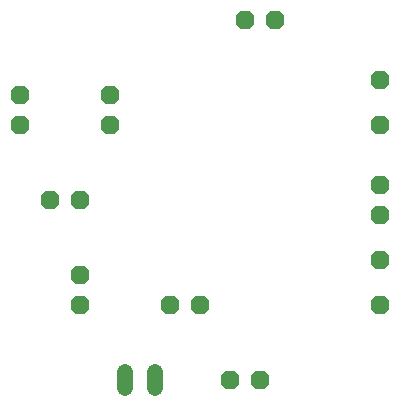
<source format=gbr>
G04 EAGLE Gerber RS-274X export*
G75*
%MOMM*%
%FSLAX34Y34*%
%LPD*%
%INBottom Copper*%
%IPPOS*%
%AMOC8*
5,1,8,0,0,1.08239X$1,22.5*%
G01*
%ADD10P,1.732040X8X22.500000*%
%ADD11P,1.732040X8X202.500000*%
%ADD12P,1.732040X8X292.500000*%
%ADD13C,1.320800*%


D10*
X444500Y215900D03*
X469900Y215900D03*
D11*
X419100Y279400D03*
X393700Y279400D03*
D10*
X292100Y368300D03*
X317500Y368300D03*
D12*
X317500Y304800D03*
X317500Y279400D03*
X266700Y457200D03*
X266700Y431800D03*
D11*
X482600Y520700D03*
X457200Y520700D03*
D12*
X342900Y457200D03*
X342900Y431800D03*
D10*
X571500Y469900D03*
X571500Y431800D03*
D13*
X355600Y222504D02*
X355600Y209296D01*
X381000Y209296D02*
X381000Y222504D01*
D10*
X571500Y381000D03*
X571500Y355600D03*
X571500Y317500D03*
X571500Y279400D03*
M02*

</source>
